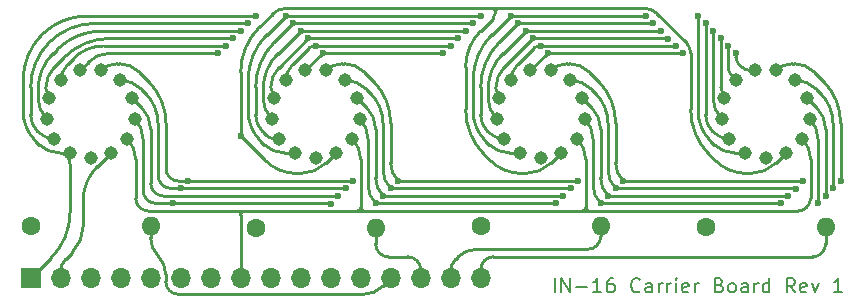
<source format=gbr>
%TF.GenerationSoftware,KiCad,Pcbnew,(6.0.5)*%
%TF.CreationDate,2022-05-25T01:16:53-04:00*%
%TF.ProjectId,in-16-carrier-rounded,696e2d31-362d-4636-9172-726965722d72,rev?*%
%TF.SameCoordinates,Original*%
%TF.FileFunction,Copper,L1,Top*%
%TF.FilePolarity,Positive*%
%FSLAX46Y46*%
G04 Gerber Fmt 4.6, Leading zero omitted, Abs format (unit mm)*
G04 Created by KiCad (PCBNEW (6.0.5)) date 2022-05-25 01:16:53*
%MOMM*%
%LPD*%
G01*
G04 APERTURE LIST*
%ADD10C,0.200000*%
%TA.AperFunction,NonConductor*%
%ADD11C,0.200000*%
%TD*%
%TA.AperFunction,ComponentPad*%
%ADD12C,1.137920*%
%TD*%
%TA.AperFunction,ComponentPad*%
%ADD13C,1.600000*%
%TD*%
%TA.AperFunction,ComponentPad*%
%ADD14O,1.600000X1.600000*%
%TD*%
%TA.AperFunction,ComponentPad*%
%ADD15R,1.700000X1.700000*%
%TD*%
%TA.AperFunction,ComponentPad*%
%ADD16O,1.700000X1.700000*%
%TD*%
%TA.AperFunction,ViaPad*%
%ADD17C,0.600000*%
%TD*%
%TA.AperFunction,Conductor*%
%ADD18C,0.250000*%
%TD*%
G04 APERTURE END LIST*
D10*
D11*
X64692142Y-40547857D02*
X64692142Y-39347857D01*
X65263571Y-40547857D02*
X65263571Y-39347857D01*
X65949285Y-40547857D01*
X65949285Y-39347857D01*
X66520714Y-40090714D02*
X67435000Y-40090714D01*
X68635000Y-40547857D02*
X67949285Y-40547857D01*
X68292142Y-40547857D02*
X68292142Y-39347857D01*
X68177857Y-39519285D01*
X68063571Y-39633571D01*
X67949285Y-39690714D01*
X69663571Y-39347857D02*
X69435000Y-39347857D01*
X69320714Y-39405000D01*
X69263571Y-39462142D01*
X69149285Y-39633571D01*
X69092142Y-39862142D01*
X69092142Y-40319285D01*
X69149285Y-40433571D01*
X69206428Y-40490714D01*
X69320714Y-40547857D01*
X69549285Y-40547857D01*
X69663571Y-40490714D01*
X69720714Y-40433571D01*
X69777857Y-40319285D01*
X69777857Y-40033571D01*
X69720714Y-39919285D01*
X69663571Y-39862142D01*
X69549285Y-39805000D01*
X69320714Y-39805000D01*
X69206428Y-39862142D01*
X69149285Y-39919285D01*
X69092142Y-40033571D01*
X71892142Y-40433571D02*
X71835000Y-40490714D01*
X71663571Y-40547857D01*
X71549285Y-40547857D01*
X71377857Y-40490714D01*
X71263571Y-40376428D01*
X71206428Y-40262142D01*
X71149285Y-40033571D01*
X71149285Y-39862142D01*
X71206428Y-39633571D01*
X71263571Y-39519285D01*
X71377857Y-39405000D01*
X71549285Y-39347857D01*
X71663571Y-39347857D01*
X71835000Y-39405000D01*
X71892142Y-39462142D01*
X72920714Y-40547857D02*
X72920714Y-39919285D01*
X72863571Y-39805000D01*
X72749285Y-39747857D01*
X72520714Y-39747857D01*
X72406428Y-39805000D01*
X72920714Y-40490714D02*
X72806428Y-40547857D01*
X72520714Y-40547857D01*
X72406428Y-40490714D01*
X72349285Y-40376428D01*
X72349285Y-40262142D01*
X72406428Y-40147857D01*
X72520714Y-40090714D01*
X72806428Y-40090714D01*
X72920714Y-40033571D01*
X73492142Y-40547857D02*
X73492142Y-39747857D01*
X73492142Y-39976428D02*
X73549285Y-39862142D01*
X73606428Y-39805000D01*
X73720714Y-39747857D01*
X73835000Y-39747857D01*
X74235000Y-40547857D02*
X74235000Y-39747857D01*
X74235000Y-39976428D02*
X74292142Y-39862142D01*
X74349285Y-39805000D01*
X74463571Y-39747857D01*
X74577857Y-39747857D01*
X74977857Y-40547857D02*
X74977857Y-39747857D01*
X74977857Y-39347857D02*
X74920714Y-39405000D01*
X74977857Y-39462142D01*
X75035000Y-39405000D01*
X74977857Y-39347857D01*
X74977857Y-39462142D01*
X76006428Y-40490714D02*
X75892142Y-40547857D01*
X75663571Y-40547857D01*
X75549285Y-40490714D01*
X75492142Y-40376428D01*
X75492142Y-39919285D01*
X75549285Y-39805000D01*
X75663571Y-39747857D01*
X75892142Y-39747857D01*
X76006428Y-39805000D01*
X76063571Y-39919285D01*
X76063571Y-40033571D01*
X75492142Y-40147857D01*
X76577857Y-40547857D02*
X76577857Y-39747857D01*
X76577857Y-39976428D02*
X76635000Y-39862142D01*
X76692142Y-39805000D01*
X76806428Y-39747857D01*
X76920714Y-39747857D01*
X78635000Y-39919285D02*
X78806428Y-39976428D01*
X78863571Y-40033571D01*
X78920714Y-40147857D01*
X78920714Y-40319285D01*
X78863571Y-40433571D01*
X78806428Y-40490714D01*
X78692142Y-40547857D01*
X78235000Y-40547857D01*
X78235000Y-39347857D01*
X78635000Y-39347857D01*
X78749285Y-39405000D01*
X78806428Y-39462142D01*
X78863571Y-39576428D01*
X78863571Y-39690714D01*
X78806428Y-39805000D01*
X78749285Y-39862142D01*
X78635000Y-39919285D01*
X78235000Y-39919285D01*
X79606428Y-40547857D02*
X79492142Y-40490714D01*
X79435000Y-40433571D01*
X79377857Y-40319285D01*
X79377857Y-39976428D01*
X79435000Y-39862142D01*
X79492142Y-39805000D01*
X79606428Y-39747857D01*
X79777857Y-39747857D01*
X79892142Y-39805000D01*
X79949285Y-39862142D01*
X80006428Y-39976428D01*
X80006428Y-40319285D01*
X79949285Y-40433571D01*
X79892142Y-40490714D01*
X79777857Y-40547857D01*
X79606428Y-40547857D01*
X81035000Y-40547857D02*
X81035000Y-39919285D01*
X80977857Y-39805000D01*
X80863571Y-39747857D01*
X80635000Y-39747857D01*
X80520714Y-39805000D01*
X81035000Y-40490714D02*
X80920714Y-40547857D01*
X80635000Y-40547857D01*
X80520714Y-40490714D01*
X80463571Y-40376428D01*
X80463571Y-40262142D01*
X80520714Y-40147857D01*
X80635000Y-40090714D01*
X80920714Y-40090714D01*
X81035000Y-40033571D01*
X81606428Y-40547857D02*
X81606428Y-39747857D01*
X81606428Y-39976428D02*
X81663571Y-39862142D01*
X81720714Y-39805000D01*
X81835000Y-39747857D01*
X81949285Y-39747857D01*
X82863571Y-40547857D02*
X82863571Y-39347857D01*
X82863571Y-40490714D02*
X82749285Y-40547857D01*
X82520714Y-40547857D01*
X82406428Y-40490714D01*
X82349285Y-40433571D01*
X82292142Y-40319285D01*
X82292142Y-39976428D01*
X82349285Y-39862142D01*
X82406428Y-39805000D01*
X82520714Y-39747857D01*
X82749285Y-39747857D01*
X82863571Y-39805000D01*
X85035000Y-40547857D02*
X84635000Y-39976428D01*
X84349285Y-40547857D02*
X84349285Y-39347857D01*
X84806428Y-39347857D01*
X84920714Y-39405000D01*
X84977857Y-39462142D01*
X85035000Y-39576428D01*
X85035000Y-39747857D01*
X84977857Y-39862142D01*
X84920714Y-39919285D01*
X84806428Y-39976428D01*
X84349285Y-39976428D01*
X86006428Y-40490714D02*
X85892142Y-40547857D01*
X85663571Y-40547857D01*
X85549285Y-40490714D01*
X85492142Y-40376428D01*
X85492142Y-39919285D01*
X85549285Y-39805000D01*
X85663571Y-39747857D01*
X85892142Y-39747857D01*
X86006428Y-39805000D01*
X86063571Y-39919285D01*
X86063571Y-40033571D01*
X85492142Y-40147857D01*
X86463571Y-39747857D02*
X86749285Y-40547857D01*
X87035000Y-39747857D01*
X89035000Y-40547857D02*
X88349285Y-40547857D01*
X88692142Y-40547857D02*
X88692142Y-39347857D01*
X88577857Y-39519285D01*
X88463571Y-39633571D01*
X88349285Y-39690714D01*
D12*
%TO.P,N2,0,0*%
%TO.N,/C0*%
X42707560Y-28722320D03*
%TO.P,N2,1,1*%
%TO.N,/C1*%
X46192440Y-28722320D03*
%TO.P,N2,2,2*%
%TO.N,/C2*%
X41960800Y-22590760D03*
%TO.P,N2,3,3*%
%TO.N,/C3*%
X48176180Y-25852120D03*
%TO.P,N2,4,4*%
%TO.N,/C4*%
X46939200Y-22590760D03*
%TO.P,N2,5,5*%
%TO.N,/C5*%
X45346620Y-21755100D03*
%TO.P,N2,6,6*%
%TO.N,/C6*%
X43553380Y-21755100D03*
%TO.P,N2,7,7*%
%TO.N,/C7*%
X47538640Y-27531060D03*
%TO.P,N2,8,8*%
%TO.N,/C8*%
X40723820Y-25852120D03*
%TO.P,N2,9,9*%
%TO.N,/C9*%
X41361360Y-27531060D03*
%TO.P,N2,A,A*%
%TO.N,Net-(N2-PadA)*%
X44450000Y-29154120D03*
%TO.P,N2,LHDP,LHDP*%
%TO.N,/CA*%
X40939720Y-24069040D03*
%TO.P,N2,RHDP,RHDP*%
%TO.N,/CB*%
X47960280Y-24069040D03*
%TD*%
D13*
%TO.P,R3,1*%
%TO.N,Net-(N3-PadA)*%
X58420000Y-34925000D03*
D14*
%TO.P,R3,2*%
%TO.N,/A2*%
X68580000Y-34925000D03*
%TD*%
D13*
%TO.P,R1,1*%
%TO.N,Net-(N1-PadA)*%
X20320000Y-34925000D03*
D14*
%TO.P,R1,2*%
%TO.N,/A0*%
X30480000Y-34925000D03*
%TD*%
D12*
%TO.P,N4,0,0*%
%TO.N,/C0*%
X80807560Y-28722320D03*
%TO.P,N4,1,1*%
%TO.N,/C1*%
X84292440Y-28722320D03*
%TO.P,N4,2,2*%
%TO.N,/C2*%
X80060800Y-22590760D03*
%TO.P,N4,3,3*%
%TO.N,/C3*%
X86276180Y-25852120D03*
%TO.P,N4,4,4*%
%TO.N,/C4*%
X85039200Y-22590760D03*
%TO.P,N4,5,5*%
%TO.N,/C5*%
X83446620Y-21755100D03*
%TO.P,N4,6,6*%
%TO.N,/C6*%
X81653380Y-21755100D03*
%TO.P,N4,7,7*%
%TO.N,/C7*%
X85638640Y-27531060D03*
%TO.P,N4,8,8*%
%TO.N,/C8*%
X78823820Y-25852120D03*
%TO.P,N4,9,9*%
%TO.N,/C9*%
X79461360Y-27531060D03*
%TO.P,N4,A,A*%
%TO.N,Net-(N4-PadA)*%
X82550000Y-29154120D03*
%TO.P,N4,LHDP,LHDP*%
%TO.N,/CA*%
X79039720Y-24069040D03*
%TO.P,N4,RHDP,RHDP*%
%TO.N,/CB*%
X86060280Y-24069040D03*
%TD*%
D15*
%TO.P,J1,1,Pin_1*%
%TO.N,/C0*%
X20320000Y-39370000D03*
D16*
%TO.P,J1,2,Pin_2*%
%TO.N,/C1*%
X22860000Y-39370000D03*
%TO.P,J1,3,Pin_3*%
%TO.N,/C2*%
X25400000Y-39370000D03*
%TO.P,J1,4,Pin_4*%
%TO.N,/C3*%
X27940000Y-39370000D03*
%TO.P,J1,5,Pin_5*%
%TO.N,/C4*%
X30480000Y-39370000D03*
%TO.P,J1,6,Pin_6*%
%TO.N,/C5*%
X33020000Y-39370000D03*
%TO.P,J1,7,Pin_7*%
%TO.N,/C6*%
X35560000Y-39370000D03*
%TO.P,J1,8,Pin_8*%
%TO.N,/C7*%
X38100000Y-39370000D03*
%TO.P,J1,9,Pin_9*%
%TO.N,/C8*%
X40640000Y-39370000D03*
%TO.P,J1,10,Pin_10*%
%TO.N,/C9*%
X43180000Y-39370000D03*
%TO.P,J1,11,Pin_11*%
%TO.N,/CA*%
X45720000Y-39370000D03*
%TO.P,J1,12,Pin_12*%
%TO.N,/CB*%
X48260000Y-39370000D03*
%TO.P,J1,13,Pin_13*%
%TO.N,/A0*%
X50800000Y-39370000D03*
%TO.P,J1,14,Pin_14*%
%TO.N,/A1*%
X53340000Y-39370000D03*
%TO.P,J1,15,Pin_15*%
%TO.N,/A2*%
X55880000Y-39370000D03*
%TO.P,J1,16,Pin_16*%
%TO.N,/A3*%
X58420000Y-39370000D03*
%TD*%
D13*
%TO.P,R2,1*%
%TO.N,Net-(N2-PadA)*%
X39370000Y-35090880D03*
D14*
%TO.P,R2,2*%
%TO.N,/A1*%
X49530000Y-35090880D03*
%TD*%
D12*
%TO.P,N1,0,0*%
%TO.N,/C0*%
X23657560Y-28722320D03*
%TO.P,N1,1,1*%
%TO.N,/C1*%
X27142440Y-28722320D03*
%TO.P,N1,2,2*%
%TO.N,/C2*%
X22910800Y-22590760D03*
%TO.P,N1,3,3*%
%TO.N,/C3*%
X29126180Y-25852120D03*
%TO.P,N1,4,4*%
%TO.N,/C4*%
X27889200Y-22590760D03*
%TO.P,N1,5,5*%
%TO.N,/C5*%
X26296620Y-21755100D03*
%TO.P,N1,6,6*%
%TO.N,/C6*%
X24503380Y-21755100D03*
%TO.P,N1,7,7*%
%TO.N,/C7*%
X28488640Y-27531060D03*
%TO.P,N1,8,8*%
%TO.N,/C8*%
X21673820Y-25852120D03*
%TO.P,N1,9,9*%
%TO.N,/C9*%
X22311360Y-27531060D03*
%TO.P,N1,A,A*%
%TO.N,Net-(N1-PadA)*%
X25400000Y-29154120D03*
%TO.P,N1,LHDP,LHDP*%
%TO.N,/CA*%
X21889720Y-24069040D03*
%TO.P,N1,RHDP,RHDP*%
%TO.N,/CB*%
X28910280Y-24069040D03*
%TD*%
D13*
%TO.P,R4,1*%
%TO.N,Net-(N4-PadA)*%
X77470000Y-34980880D03*
D14*
%TO.P,R4,2*%
%TO.N,/A3*%
X87630000Y-34980880D03*
%TD*%
D12*
%TO.P,N3,0,0*%
%TO.N,/C0*%
X61757560Y-28722320D03*
%TO.P,N3,1,1*%
%TO.N,/C1*%
X65242440Y-28722320D03*
%TO.P,N3,2,2*%
%TO.N,/C2*%
X61010800Y-22590760D03*
%TO.P,N3,3,3*%
%TO.N,/C3*%
X67226180Y-25852120D03*
%TO.P,N3,4,4*%
%TO.N,/C4*%
X65989200Y-22590760D03*
%TO.P,N3,5,5*%
%TO.N,/C5*%
X64396620Y-21755100D03*
%TO.P,N3,6,6*%
%TO.N,/C6*%
X62603380Y-21755100D03*
%TO.P,N3,7,7*%
%TO.N,/C7*%
X66588640Y-27531060D03*
%TO.P,N3,8,8*%
%TO.N,/C8*%
X59773820Y-25852120D03*
%TO.P,N3,9,9*%
%TO.N,/C9*%
X60411360Y-27531060D03*
%TO.P,N3,A,A*%
%TO.N,Net-(N3-PadA)*%
X63500000Y-29154120D03*
%TO.P,N3,LHDP,LHDP*%
%TO.N,/CA*%
X59989720Y-24069040D03*
%TO.P,N3,RHDP,RHDP*%
%TO.N,/CB*%
X67010280Y-24069040D03*
%TD*%
D17*
%TO.N,/C0*%
X41910000Y-17145000D03*
X72390000Y-17145000D03*
X76835000Y-17145000D03*
X60960000Y-17145000D03*
X39370000Y-17145000D03*
X58420000Y-17145000D03*
%TO.N,/C1*%
X38100000Y-27305000D03*
%TO.N,/C2*%
X44450000Y-19685000D03*
X79375000Y-19685000D03*
X74930000Y-19685000D03*
X63500000Y-19685000D03*
X36830000Y-19685000D03*
X55880000Y-19685000D03*
%TO.N,/C3*%
X64770000Y-33020000D03*
X68580000Y-33020000D03*
X45755000Y-33030500D03*
X32385000Y-33020000D03*
X49530000Y-33020000D03*
X86995000Y-33020000D03*
X83820000Y-33020000D03*
%TO.N,/C4*%
X69850000Y-31750000D03*
X66040000Y-31750000D03*
X33020000Y-31750000D03*
X46990000Y-31750000D03*
X50800000Y-31750000D03*
X88265000Y-31750000D03*
X85090000Y-31760500D03*
%TO.N,/C5*%
X70485000Y-31115000D03*
X47625000Y-31115000D03*
X33655000Y-31115000D03*
X88900000Y-31115000D03*
X66675000Y-31115000D03*
X51435000Y-31115000D03*
X85725000Y-31115000D03*
%TO.N,/C6*%
X75565000Y-20320000D03*
X36195000Y-20320000D03*
X64135000Y-20320000D03*
X55245000Y-20320000D03*
X45085000Y-20320000D03*
X80010000Y-20320000D03*
%TO.N,/C8*%
X78105000Y-18415000D03*
X38100000Y-18415000D03*
X73660000Y-18415000D03*
X57150000Y-18415000D03*
X43180000Y-18415000D03*
X62230000Y-18415000D03*
%TO.N,/C9*%
X57785000Y-17780000D03*
X38735000Y-17780000D03*
X77470000Y-17780000D03*
X73025000Y-17780000D03*
X42545000Y-17780000D03*
X61595000Y-17780000D03*
%TO.N,/CA*%
X78740000Y-19050000D03*
X56515000Y-19050000D03*
X43815000Y-19050000D03*
X62865000Y-19050000D03*
X37465000Y-19050000D03*
X74260000Y-19060500D03*
%TO.N,/CB*%
X84455000Y-32385000D03*
X87630000Y-32385000D03*
X69215000Y-32385000D03*
X50165000Y-32385000D03*
X46355000Y-32385000D03*
X65405000Y-32385000D03*
%TD*%
D18*
%TO.N,/C0*%
X59158412Y-28043412D02*
X58811160Y-27696160D01*
X41747440Y-28722320D02*
X42707560Y-28722320D01*
X41910000Y-17145000D02*
X58420000Y-17145000D01*
X60960000Y-17145000D02*
X72390000Y-17145000D01*
X76835000Y-25218790D02*
X76835000Y-17145000D01*
X77861160Y-27696160D02*
X78208412Y-28043412D01*
X60797440Y-28722320D02*
X61757560Y-28722320D01*
X41910000Y-17145000D02*
X40322500Y-18732500D01*
X40108412Y-28043412D02*
X39761160Y-27696160D01*
X21058412Y-28043412D02*
X20711160Y-27696160D01*
X60960000Y-17145000D02*
X59372500Y-18732500D01*
X23657560Y-33778476D02*
X23657560Y-29682440D01*
X22063767Y-37626232D02*
X20320000Y-39370000D01*
X19685000Y-22565064D02*
X19685000Y-25218790D01*
X79847440Y-28722320D02*
X80807560Y-28722320D01*
X38735000Y-25218790D02*
X38735000Y-22565064D01*
X25105064Y-17145000D02*
X39370000Y-17145000D01*
X57785000Y-25218790D02*
X57785000Y-22565064D01*
X22063766Y-37626231D02*
G75*
G03*
X23657560Y-33778476I-3847766J3847761D01*
G01*
X22697440Y-28722296D02*
G75*
G02*
X21058412Y-28043412I-40J2317896D01*
G01*
X57784986Y-22565064D02*
G75*
G02*
X59372501Y-18732501I5420114J-36D01*
G01*
X22697440Y-28722320D02*
G75*
G02*
X23657560Y-29682440I0J-960120D01*
G01*
X39761161Y-27696159D02*
G75*
G02*
X38735000Y-25218790I2477339J2477359D01*
G01*
X77861161Y-27696159D02*
G75*
G02*
X76835000Y-25218790I2477339J2477359D01*
G01*
X79847440Y-28722296D02*
G75*
G02*
X78208412Y-28043412I-40J2317896D01*
G01*
X21272501Y-18732501D02*
G75*
G02*
X25105064Y-17145000I3832559J-3832549D01*
G01*
X38734986Y-22565064D02*
G75*
G02*
X40322501Y-18732501I5420114J-36D01*
G01*
X19684999Y-22565064D02*
G75*
G02*
X21272500Y-18732500I5420051J4D01*
G01*
X41747440Y-28722296D02*
G75*
G02*
X40108412Y-28043412I-40J2317896D01*
G01*
X60797440Y-28722296D02*
G75*
G02*
X59158412Y-28043412I-40J2317896D01*
G01*
X58811161Y-27696159D02*
G75*
G02*
X57785000Y-25218790I2477339J2477359D01*
G01*
X20711161Y-27696159D02*
G75*
G02*
X19685000Y-25218790I2477339J2477359D01*
G01*
%TO.N,/C1*%
X76200000Y-20298732D02*
X76200000Y-25059935D01*
X61904880Y-30480000D02*
X62241892Y-30480000D01*
X60007500Y-16510000D02*
X72338431Y-16510000D01*
X22860000Y-38770560D02*
X22860000Y-39370000D01*
X25953720Y-29911040D02*
X27142440Y-28722320D01*
X40157856Y-29362856D02*
X38100000Y-27305000D01*
X64363600Y-29601160D02*
X65242440Y-28722320D01*
X59372500Y-16510000D02*
X60007500Y-16510000D01*
X24765000Y-34919081D02*
X24765000Y-32780863D01*
X73293675Y-16905675D02*
X75855828Y-19467828D01*
X23812499Y-37218619D02*
X23283868Y-37747251D01*
X45313600Y-29601160D02*
X46192440Y-28722320D01*
X39687500Y-18097500D02*
X40813919Y-16971081D01*
X38100000Y-26352500D02*
X38100000Y-26987500D01*
X38100000Y-26987500D02*
X38100000Y-27305000D01*
X78257856Y-29362856D02*
X77787500Y-28892500D01*
X58419999Y-18414999D02*
X59465493Y-17369506D01*
X83413600Y-29601160D02*
X84292440Y-28722320D01*
X57150000Y-25059935D02*
X57150000Y-21481051D01*
X80954880Y-30480000D02*
X81291892Y-30480000D01*
X59372500Y-16510000D02*
X41927067Y-16510000D01*
X59207856Y-29362856D02*
X58737500Y-28892500D01*
X38100000Y-26352500D02*
X38100000Y-21930064D01*
X42854880Y-30480000D02*
X43191892Y-30480000D01*
X22859978Y-38770560D02*
G75*
G02*
X23283868Y-37747251I1447222J-40D01*
G01*
X62241892Y-30479979D02*
G75*
G03*
X64363600Y-29601160I8J3000579D01*
G01*
X57150020Y-21481051D02*
G75*
G02*
X58419999Y-18414999I4335980J51D01*
G01*
X58737499Y-28892501D02*
G75*
G02*
X57150000Y-25059935I3832561J3832561D01*
G01*
X38099986Y-21930064D02*
G75*
G02*
X39687501Y-18097501I5420114J-36D01*
G01*
X61904880Y-30480004D02*
G75*
G02*
X59207856Y-29362856I20J3814204D01*
G01*
X80954880Y-30480004D02*
G75*
G02*
X78257856Y-29362856I20J3814204D01*
G01*
X42854880Y-30480004D02*
G75*
G02*
X40157856Y-29362856I20J3814204D01*
G01*
X23812500Y-37218620D02*
G75*
G03*
X24765000Y-34919081I-2299540J2299540D01*
G01*
X72338431Y-16509973D02*
G75*
G02*
X73293675Y-16905675I-31J-1350927D01*
G01*
X59372500Y-16510000D02*
G75*
G02*
X59690000Y-16827500I0J-317500D01*
G01*
X40813942Y-16971104D02*
G75*
G02*
X41927067Y-16510000I1113158J-1113096D01*
G01*
X81291892Y-30479979D02*
G75*
G03*
X83413600Y-29601160I8J3000579D01*
G01*
X43191892Y-30479979D02*
G75*
G03*
X45313600Y-29601160I8J3000579D01*
G01*
X24764962Y-32780863D02*
G75*
G02*
X25953720Y-29911040I4058538J-37D01*
G01*
X59690000Y-16827500D02*
G75*
G02*
X60007500Y-16510000I317500J0D01*
G01*
X59465491Y-17369504D02*
G75*
G03*
X59690000Y-16827500I-541991J542004D01*
G01*
X75855849Y-19467807D02*
G75*
G02*
X76200000Y-20298732I-830949J-830893D01*
G01*
X77787511Y-28892489D02*
G75*
G02*
X76200000Y-25059935I3832589J3832589D01*
G01*
%TO.N,/C2*%
X42529776Y-21217153D02*
X43924726Y-19822203D01*
X63500000Y-19685000D02*
X63305965Y-19685000D01*
X79375000Y-19685000D02*
X79375000Y-21420026D01*
X23479742Y-21217187D02*
X23961365Y-20735565D01*
X44450000Y-19685000D02*
X55880000Y-19685000D01*
X61579750Y-21217179D02*
X62974726Y-19822203D01*
X44450000Y-19685000D02*
X44255965Y-19685000D01*
X79717900Y-22247860D02*
X80060800Y-22590760D01*
X26497653Y-19685000D02*
X36830000Y-19685000D01*
X63500000Y-19685000D02*
X74930000Y-19685000D01*
X43924753Y-19822230D02*
G75*
G02*
X44255965Y-19685000I331247J-331170D01*
G01*
X79717920Y-22247840D02*
G75*
G02*
X79375000Y-21420026I827780J827840D01*
G01*
X22910828Y-22590760D02*
G75*
G02*
X23479742Y-21217187I1942472J60D01*
G01*
X61010828Y-22590760D02*
G75*
G02*
X61579750Y-21217179I1942472J60D01*
G01*
X23961349Y-20735549D02*
G75*
G02*
X26497653Y-19685000I2536251J-2536251D01*
G01*
X62974753Y-19822230D02*
G75*
G02*
X63305965Y-19685000I331247J-331170D01*
G01*
X41960787Y-22590760D02*
G75*
G02*
X42529777Y-21217154I1942613J-40D01*
G01*
%TO.N,/C3*%
X64770000Y-33020000D02*
X49530000Y-33020000D01*
X29128898Y-25854838D02*
X29126180Y-25852120D01*
X48895000Y-27587487D02*
X48895000Y-31486978D01*
X67945000Y-27587561D02*
X67945000Y-31487054D01*
X86995000Y-27587549D02*
X86995000Y-33020000D01*
X45755000Y-33030500D02*
X45749750Y-33025250D01*
X30929012Y-33020000D02*
X45737075Y-33020000D01*
X83820000Y-33020000D02*
X68580000Y-33020000D01*
X29845000Y-31935987D02*
X29845000Y-27583662D01*
X45737075Y-33020011D02*
G75*
G02*
X45749749Y-33025251I25J-17889D01*
G01*
X29845034Y-27583662D02*
G75*
G03*
X29128897Y-25854839I-2444934J-38D01*
G01*
X67945039Y-27587561D02*
G75*
G03*
X67226180Y-25852120I-2454339J-39D01*
G01*
X86994968Y-27587549D02*
G75*
G03*
X86276180Y-25852120I-2454268J49D01*
G01*
X49529992Y-33020008D02*
G75*
G02*
X48895000Y-31486978I1533008J1533008D01*
G01*
X30162496Y-32702504D02*
G75*
G02*
X29845000Y-31935987I766504J766504D01*
G01*
X30929012Y-33019994D02*
G75*
G02*
X30162500Y-32702500I-12J1083994D01*
G01*
X68579984Y-33020016D02*
G75*
G02*
X67945000Y-31487054I1532816J1532916D01*
G01*
X48894997Y-27587487D02*
G75*
G03*
X48176179Y-25852121I-2454197J-13D01*
G01*
%TO.N,/C4*%
X67784354Y-23334354D02*
X68127880Y-23677880D01*
X69215000Y-26302419D02*
X69215000Y-30216980D01*
X69850000Y-31750000D02*
X85072075Y-31750000D01*
X29684349Y-23334349D02*
X30027880Y-23677880D01*
X33020000Y-31750000D02*
X46990000Y-31750000D01*
X86834323Y-23334323D02*
X87177880Y-23677880D01*
X49077880Y-23677880D02*
X48734353Y-23334353D01*
X88265000Y-31750000D02*
X88265000Y-26302419D01*
X50800000Y-31750000D02*
X66040000Y-31750000D01*
X50165000Y-26302419D02*
X50165000Y-30216990D01*
X32198761Y-31749853D02*
X33019749Y-31749853D01*
X33020000Y-31750000D02*
X33019926Y-31749926D01*
X31115000Y-30666091D02*
X31115000Y-26302419D01*
X85090000Y-31760500D02*
X85084750Y-31755250D01*
X88264974Y-26302419D02*
G75*
G03*
X87177880Y-23677880I-3711674J19D01*
G01*
X65989200Y-22590775D02*
G75*
G02*
X67784354Y-23334354I0J-2538725D01*
G01*
X33019757Y-31749890D02*
G75*
G02*
X33019926Y-31749927I43J-210D01*
G01*
X85039200Y-22590746D02*
G75*
G02*
X86834322Y-23334324I0J-2538654D01*
G01*
X27889200Y-22590775D02*
G75*
G02*
X29684349Y-23334349I0J-2538725D01*
G01*
X31432414Y-31432438D02*
G75*
G02*
X31115000Y-30666091I766386J766338D01*
G01*
X69214974Y-26302419D02*
G75*
G03*
X68127880Y-23677880I-3711674J19D01*
G01*
X32198761Y-31749882D02*
G75*
G02*
X31432426Y-31432426I39J1083782D01*
G01*
X69849992Y-31750008D02*
G75*
G02*
X69215000Y-30216980I1533008J1533008D01*
G01*
X46939200Y-22590775D02*
G75*
G02*
X48734353Y-23334353I0J-2538725D01*
G01*
X50164974Y-26302419D02*
G75*
G03*
X49077880Y-23677880I-3711674J19D01*
G01*
X31114974Y-26302419D02*
G75*
G03*
X30027880Y-23677880I-3711674J19D01*
G01*
X85072075Y-31750011D02*
G75*
G02*
X85084749Y-31755251I25J-17889D01*
G01*
X50799992Y-31750008D02*
G75*
G02*
X50165000Y-30216990I1533008J1533008D01*
G01*
%TO.N,/C5*%
X31783937Y-30088921D02*
X31783937Y-26269556D01*
X67592233Y-21872233D02*
X68378070Y-22658070D01*
X65770207Y-21186141D02*
X65935860Y-21186141D01*
X32810015Y-31115000D02*
X33655000Y-31115000D01*
X86642233Y-21872233D02*
X87428070Y-22658070D01*
X69850000Y-26211622D02*
X69850000Y-29581942D01*
X33655000Y-31115000D02*
X47625000Y-31115000D01*
X70485000Y-31115000D02*
X85725000Y-31115000D01*
X51435000Y-31115000D02*
X66675000Y-31115000D01*
X29492233Y-21872233D02*
X30295039Y-22675039D01*
X84820236Y-21186141D02*
X84985860Y-21186141D01*
X50800000Y-26211622D02*
X50800000Y-29581981D01*
X48542233Y-21872233D02*
X49328070Y-22658070D01*
X27835860Y-21186141D02*
X27670224Y-21186141D01*
X88900000Y-31115000D02*
X88900000Y-26211622D01*
X46885860Y-21186141D02*
X46720224Y-21186141D01*
X32810015Y-31114982D02*
G75*
G02*
X32084468Y-30814468I-15J1026082D01*
G01*
X31783961Y-26269556D02*
G75*
G03*
X30295039Y-22675039I-5083461J-44D01*
G01*
X32084482Y-30814454D02*
G75*
G02*
X31783937Y-30088921I725518J725554D01*
G01*
X88899978Y-26211622D02*
G75*
G03*
X87428070Y-22658070I-5025478J22D01*
G01*
X84985860Y-21186168D02*
G75*
G02*
X86642233Y-21872233I40J-2342432D01*
G01*
X70485022Y-31114978D02*
G75*
G02*
X69850000Y-29581942I1533078J1533078D01*
G01*
X27835860Y-21186168D02*
G75*
G02*
X29492233Y-21872233I40J-2342432D01*
G01*
X26296613Y-21755093D02*
G75*
G02*
X27670224Y-21186141I1373587J-1373607D01*
G01*
X64396613Y-21755093D02*
G75*
G02*
X65770207Y-21186141I1373587J-1373607D01*
G01*
X51434992Y-31115008D02*
G75*
G02*
X50800000Y-29581981I1533008J1533008D01*
G01*
X46885860Y-21186168D02*
G75*
G02*
X48542233Y-21872233I40J-2342432D01*
G01*
X69849978Y-26211622D02*
G75*
G03*
X68378070Y-22658070I-5025478J22D01*
G01*
X83446613Y-21755093D02*
G75*
G02*
X84820236Y-21186141I1373587J-1373607D01*
G01*
X50799978Y-26211622D02*
G75*
G03*
X49328070Y-22658070I-5025478J22D01*
G01*
X65935860Y-21186168D02*
G75*
G02*
X67592233Y-21872233I40J-2342432D01*
G01*
X45346613Y-21755093D02*
G75*
G02*
X46720224Y-21186141I1373587J-1373607D01*
G01*
%TO.N,/C6*%
X80010000Y-20637500D02*
X80010000Y-20320000D01*
X64135000Y-20320000D02*
X75565000Y-20320000D01*
X80511955Y-21456955D02*
X80234506Y-21179506D01*
X25220930Y-21037550D02*
X24503380Y-21755100D01*
X64004355Y-20354124D02*
X62603380Y-21755100D01*
X81231740Y-21755100D02*
X81653380Y-21755100D01*
X44954355Y-20354124D02*
X43553380Y-21755100D01*
X45085000Y-20320000D02*
X55245000Y-20320000D01*
X64135000Y-20320000D02*
X64086740Y-20320000D01*
X36195000Y-20320000D02*
X26953248Y-20320000D01*
X45085000Y-20320000D02*
X45036740Y-20320000D01*
X80234509Y-21179503D02*
G75*
G02*
X80010000Y-20637500I541991J542003D01*
G01*
X44954338Y-20354107D02*
G75*
G02*
X45036740Y-20320000I82362J-82393D01*
G01*
X25220899Y-21037519D02*
G75*
G02*
X26953248Y-20320000I1732301J-1732381D01*
G01*
X81231740Y-21755080D02*
G75*
G02*
X80511955Y-21456955I-40J1017880D01*
G01*
X64004338Y-20354107D02*
G75*
G02*
X64086740Y-20320000I82362J-82393D01*
G01*
%TO.N,/C7*%
X48260000Y-33020000D02*
X48260000Y-33337500D01*
X37782500Y-33655000D02*
X30294012Y-33655000D01*
X48260000Y-29272674D02*
X48260000Y-33020000D01*
X67310000Y-33337500D02*
X67310000Y-33020000D01*
X38417500Y-33655000D02*
X47942500Y-33655000D01*
X86360000Y-32570987D02*
X86360000Y-29272616D01*
X37782500Y-33655000D02*
X38417500Y-33655000D01*
X38100000Y-33972500D02*
X38100000Y-39370000D01*
X29210000Y-32570987D02*
X29210000Y-29272559D01*
X85275987Y-33655000D02*
X67627500Y-33655000D01*
X48577500Y-33655000D02*
X47942500Y-33655000D01*
X67627500Y-33655000D02*
X66992500Y-33655000D01*
X66992500Y-33655000D02*
X48577500Y-33655000D01*
X67310000Y-31115000D02*
X67310000Y-33020000D01*
X67310000Y-29272606D02*
X67310000Y-31115000D01*
X85275987Y-33654994D02*
G75*
G03*
X86042500Y-33337500I13J1083994D01*
G01*
X29210038Y-29272559D02*
G75*
G03*
X28488639Y-27531061I-2462838J-41D01*
G01*
X48260000Y-33337500D02*
G75*
G02*
X47942500Y-33655000I-317500J0D01*
G01*
X67627500Y-33655000D02*
G75*
G02*
X67310000Y-33337500I0J317500D01*
G01*
X29527496Y-33337504D02*
G75*
G02*
X29210000Y-32570987I766504J766504D01*
G01*
X48260021Y-29272674D02*
G75*
G03*
X47538640Y-27531060I-2463121J-26D01*
G01*
X37782500Y-33655000D02*
G75*
G02*
X38100000Y-33972500I0J-317500D01*
G01*
X38100000Y-33972500D02*
G75*
G02*
X38417500Y-33655000I317500J0D01*
G01*
X30294012Y-33654994D02*
G75*
G02*
X29527500Y-33337500I-12J1083994D01*
G01*
X48577500Y-33655000D02*
G75*
G02*
X48260000Y-33337500I0J317500D01*
G01*
X67310009Y-29272606D02*
G75*
G03*
X66588640Y-27531060I-2462909J6D01*
G01*
X86042504Y-33337504D02*
G75*
G03*
X86360000Y-32570987I-766504J766504D01*
G01*
X67310000Y-33337500D02*
G75*
G02*
X66992500Y-33655000I-317500J0D01*
G01*
X86359980Y-29272616D02*
G75*
G03*
X85638640Y-27531060I-2462980J16D01*
G01*
%TO.N,/C8*%
X78105000Y-24116801D02*
X78105000Y-23177500D01*
X60307745Y-20337254D02*
X62230000Y-18415000D01*
X41257745Y-20337254D02*
X43180000Y-18415000D01*
X40005000Y-23361650D02*
X40005000Y-24116658D01*
X38100000Y-18415000D02*
X26375064Y-18415000D01*
X62230000Y-18415000D02*
X73660000Y-18415000D01*
X78105000Y-20002500D02*
X78105000Y-23177500D01*
X78105000Y-18415000D02*
X78105000Y-20002500D01*
X22207745Y-20337254D02*
X22542500Y-20002500D01*
X43180000Y-18415000D02*
X57150000Y-18415000D01*
X20955000Y-24116700D02*
X20955000Y-23361650D01*
X59055000Y-23361650D02*
X59055000Y-24116835D01*
X59055023Y-23361650D02*
G75*
G02*
X60307745Y-20337254I4277077J50D01*
G01*
X40005023Y-23361650D02*
G75*
G02*
X41257745Y-20337254I4277077J50D01*
G01*
X40723797Y-25852143D02*
G75*
G02*
X40005000Y-24116658I1735603J1735443D01*
G01*
X20955023Y-23361650D02*
G75*
G02*
X22207745Y-20337254I4277077J50D01*
G01*
X22542501Y-20002501D02*
G75*
G02*
X26375064Y-18415000I3832559J-3832549D01*
G01*
X59773830Y-25852110D02*
G75*
G02*
X59055000Y-24116835I1735170J1735310D01*
G01*
X21673818Y-25852122D02*
G75*
G02*
X20955000Y-24116700I1735482J1735422D01*
G01*
X78823830Y-25852110D02*
G75*
G02*
X78105000Y-24116801I1735170J1735310D01*
G01*
%TO.N,/C9*%
X39370000Y-25505185D02*
X39370000Y-23200064D01*
X73025000Y-17780000D02*
X61595000Y-17780000D01*
X60007500Y-19367500D02*
X61595000Y-17780000D01*
X58420000Y-23200064D02*
X58420000Y-25505185D01*
X20320000Y-25505185D02*
X20320000Y-23200064D01*
X20937719Y-26962049D02*
X20913365Y-26937695D01*
X39963365Y-26937695D02*
X40272250Y-27246580D01*
X40957500Y-19367500D02*
X42545000Y-17780000D01*
X40959045Y-27531060D02*
X41361360Y-27531060D01*
X25740064Y-17780000D02*
X38735000Y-17780000D01*
X77470000Y-17780000D02*
X77470000Y-25505185D01*
X42545000Y-17780000D02*
X57785000Y-17780000D01*
X59037796Y-26962126D02*
X59013365Y-26937695D01*
X78087766Y-26962096D02*
X78063365Y-26937695D01*
X20913352Y-26937708D02*
G75*
G02*
X20320000Y-25505185I1432548J1432508D01*
G01*
X22311360Y-27531026D02*
G75*
G02*
X20937719Y-26962049I40J1942726D01*
G01*
X20319999Y-23200064D02*
G75*
G02*
X21907500Y-19367500I5420051J4D01*
G01*
X58419986Y-23200064D02*
G75*
G02*
X60007501Y-19367501I5420114J-36D01*
G01*
X39369986Y-23200064D02*
G75*
G02*
X40957501Y-19367501I5420114J-36D01*
G01*
X21907501Y-19367501D02*
G75*
G02*
X25740064Y-17780000I3832559J-3832549D01*
G01*
X60411360Y-27531043D02*
G75*
G02*
X59037796Y-26962126I-60J1942443D01*
G01*
X40959045Y-27531032D02*
G75*
G02*
X40272250Y-27246580I-45J971232D01*
G01*
X79461360Y-27531084D02*
G75*
G02*
X78087767Y-26962095I40J1942584D01*
G01*
X39963352Y-26937708D02*
G75*
G02*
X39370000Y-25505185I1432548J1432508D01*
G01*
X59013352Y-26937708D02*
G75*
G02*
X58420000Y-25505185I1432548J1432508D01*
G01*
X78063352Y-26937708D02*
G75*
G02*
X77470000Y-25505185I1432548J1432508D01*
G01*
%TO.N,/A0*%
X31750000Y-39627107D02*
X31750000Y-38998025D01*
X50129440Y-40040560D02*
X50800000Y-39370000D01*
X32834012Y-40711120D02*
X48510564Y-40711120D01*
X30480000Y-35931974D02*
X30480000Y-34925000D01*
X32834012Y-40711108D02*
G75*
G02*
X32067501Y-40393619I-12J1084008D01*
G01*
X48510564Y-40711099D02*
G75*
G03*
X50129440Y-40040560I36J2289399D01*
G01*
X31114992Y-37465008D02*
G75*
G02*
X30480000Y-35931974I1533008J1533008D01*
G01*
X31749989Y-38998025D02*
G75*
G03*
X31115000Y-37465000I-2167989J25D01*
G01*
X32067506Y-40393614D02*
G75*
G02*
X31750000Y-39627107I766494J766514D01*
G01*
%TO.N,/CA*%
X22338199Y-21476800D02*
X23177500Y-20637500D01*
X78740000Y-19050000D02*
X78740000Y-23208102D01*
X56515000Y-19050000D02*
X43815000Y-19050000D01*
X74249500Y-19050000D02*
X74260000Y-19060500D01*
X59989720Y-23931880D02*
X59989720Y-24069040D01*
X43815000Y-19050000D02*
X41335281Y-21529718D01*
X62865000Y-19050000D02*
X74249500Y-19050000D01*
X59839860Y-23644860D02*
X59892733Y-23697733D01*
X37465000Y-19050000D02*
X27010064Y-19050000D01*
X62865000Y-19050000D02*
X60438158Y-21476841D01*
X21792733Y-23697733D02*
X21739825Y-23644825D01*
X79039720Y-23931880D02*
X79039720Y-24069040D01*
X21889720Y-23931880D02*
X21889720Y-24069040D01*
X40939720Y-23931880D02*
X40939720Y-24069040D01*
X21590006Y-23283065D02*
G75*
G02*
X22338199Y-21476800I2554494J-35D01*
G01*
X59839833Y-23644887D02*
G75*
G02*
X59690000Y-23283065I361867J361787D01*
G01*
X40639972Y-23208302D02*
G75*
G02*
X41335282Y-21529719I2373828J2D01*
G01*
X40939738Y-23931880D02*
G75*
G03*
X40842733Y-23697733I-331138J-20D01*
G01*
X40842724Y-23697742D02*
G75*
G02*
X40640000Y-23208302I489476J489442D01*
G01*
X21889738Y-23931880D02*
G75*
G03*
X21792733Y-23697733I-331138J-20D01*
G01*
X78942741Y-23697725D02*
G75*
G02*
X78740000Y-23208102I489859J489625D01*
G01*
X59689977Y-23283065D02*
G75*
G02*
X60438159Y-21476842I2554423J-35D01*
G01*
X23177501Y-20637501D02*
G75*
G02*
X27010064Y-19050000I3832559J-3832549D01*
G01*
X79039738Y-23931880D02*
G75*
G03*
X78942733Y-23697733I-331138J-20D01*
G01*
X59989738Y-23931880D02*
G75*
G03*
X59892733Y-23697733I-331138J-20D01*
G01*
X21739840Y-23644810D02*
G75*
G02*
X21590000Y-23283065I361660J361710D01*
G01*
%TO.N,/CB*%
X49530000Y-30851996D02*
X49530000Y-26748719D01*
X87630000Y-32385000D02*
X87630000Y-26748719D01*
X30480000Y-31300987D02*
X30480000Y-26748719D01*
X29695140Y-24853900D02*
X28910280Y-24069040D01*
X86845140Y-24853900D02*
X86060280Y-24069040D01*
X68580000Y-30851996D02*
X68580000Y-26748719D01*
X69215000Y-32385000D02*
X84455000Y-32385000D01*
X46355000Y-32385000D02*
X31564012Y-32385000D01*
X67795140Y-24853900D02*
X67010280Y-24069040D01*
X50165000Y-32385000D02*
X65405000Y-32385000D01*
X48745140Y-24853900D02*
X47960280Y-24069040D01*
X31564012Y-32384994D02*
G75*
G02*
X30797500Y-32067500I-12J1083994D01*
G01*
X69214992Y-32385008D02*
G75*
G02*
X68580000Y-30851996I1533008J1533008D01*
G01*
X68579980Y-26748719D02*
G75*
G03*
X67795140Y-24853900I-2679680J19D01*
G01*
X50164992Y-32385008D02*
G75*
G02*
X49530000Y-30851996I1533008J1533008D01*
G01*
X49529980Y-26748719D02*
G75*
G03*
X48745140Y-24853900I-2679680J19D01*
G01*
X87629980Y-26748719D02*
G75*
G03*
X86845140Y-24853900I-2679680J19D01*
G01*
X30797496Y-32067504D02*
G75*
G02*
X30480000Y-31300987I766504J766504D01*
G01*
X30479980Y-26748719D02*
G75*
G03*
X29695140Y-24853900I-2679680J19D01*
G01*
%TO.N,/A1*%
X49530000Y-36452107D02*
X49530000Y-35090880D01*
X53340000Y-38620132D02*
X53340000Y-39370000D01*
X50614012Y-37536120D02*
X52255987Y-37536120D01*
X50614012Y-37536108D02*
G75*
G02*
X49847501Y-37218619I-12J1084008D01*
G01*
X52255987Y-37536120D02*
G75*
G02*
X53022500Y-37853620I13J-1083980D01*
G01*
X53339980Y-38620132D02*
G75*
G03*
X53022500Y-37853620I-1083980J32D01*
G01*
X49847506Y-37218614D02*
G75*
G02*
X49530000Y-36452107I766494J766514D01*
G01*
%TO.N,/A2*%
X58048025Y-36901120D02*
X67495987Y-36901120D01*
X68580000Y-35817107D02*
X68580000Y-34925000D01*
X55880000Y-38770560D02*
X55880000Y-39370000D01*
X56514999Y-37536119D02*
X56303868Y-37747251D01*
X55879978Y-38770560D02*
G75*
G02*
X56303868Y-37747251I1447222J-40D01*
G01*
X68262494Y-36583614D02*
G75*
G03*
X68580000Y-35817107I-766494J766514D01*
G01*
X56514997Y-37536117D02*
G75*
G02*
X58048025Y-36901120I1533003J-1532983D01*
G01*
X67495987Y-36901108D02*
G75*
G03*
X68262499Y-36583619I13J1084008D01*
G01*
%TO.N,/A3*%
X59504012Y-37536120D02*
X86545987Y-37536120D01*
X87630000Y-36452107D02*
X87630000Y-34980880D01*
X58420000Y-38620132D02*
X58420000Y-39370000D01*
X87312494Y-37218614D02*
G75*
G03*
X87630000Y-36452107I-766494J766514D01*
G01*
X86545987Y-37536108D02*
G75*
G03*
X87312499Y-37218619I13J1084008D01*
G01*
X58420020Y-38620132D02*
G75*
G02*
X58737500Y-37853620I1083980J32D01*
G01*
X58737500Y-37853620D02*
G75*
G02*
X59504012Y-37536120I766500J-766480D01*
G01*
%TD*%
M02*

</source>
